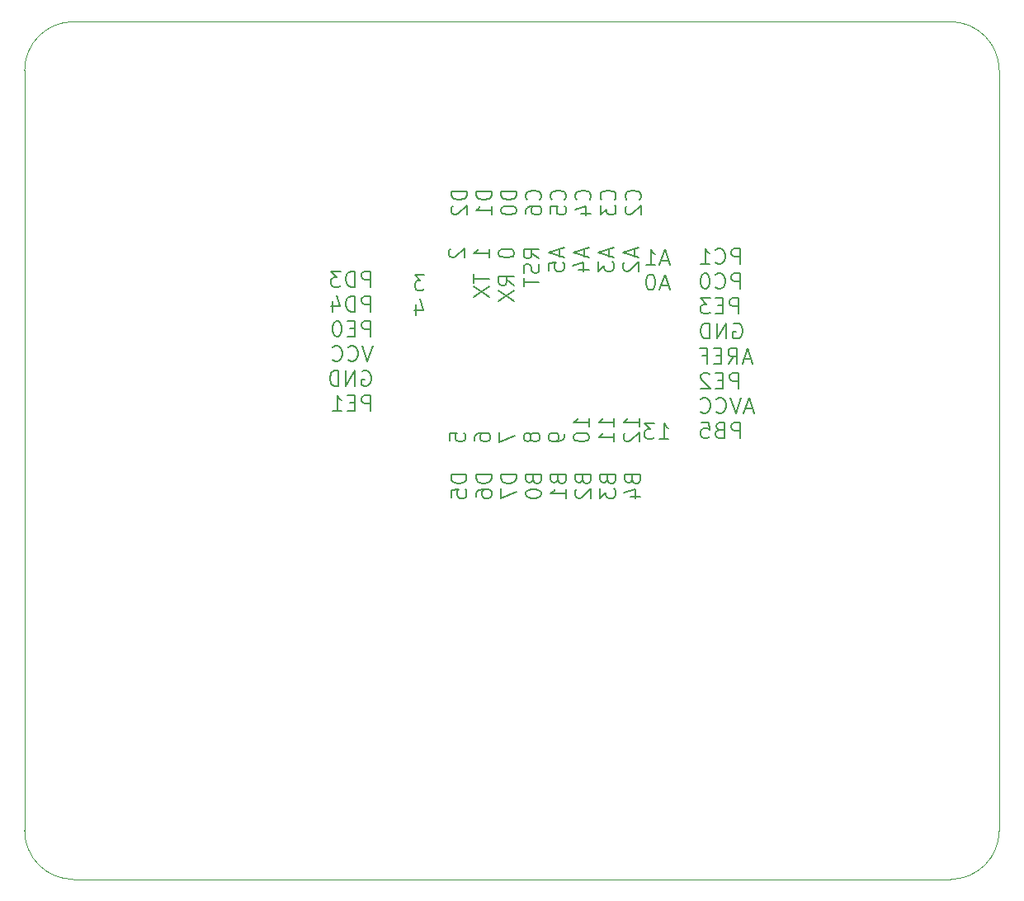
<source format=gbr>
G04 #@! TF.GenerationSoftware,KiCad,Pcbnew,5.1.6-c6e7f7d~86~ubuntu20.04.1*
G04 #@! TF.CreationDate,2020-05-21T14:16:40+02:00*
G04 #@! TF.ProjectId,ArduinoDCC++,41726475-696e-46f4-9443-432b2b2e6b69,v.0.0.2a*
G04 #@! TF.SameCoordinates,Original*
G04 #@! TF.FileFunction,Legend,Bot*
G04 #@! TF.FilePolarity,Positive*
%FSLAX46Y46*%
G04 Gerber Fmt 4.6, Leading zero omitted, Abs format (unit mm)*
G04 Created by KiCad (PCBNEW 5.1.6-c6e7f7d~86~ubuntu20.04.1) date 2020-05-21 14:16:40*
%MOMM*%
%LPD*%
G01*
G04 APERTURE LIST*
%ADD10C,0.150000*%
G04 #@! TA.AperFunction,Profile*
%ADD11C,0.050000*%
G04 #@! TD*
G04 APERTURE END LIST*
D10*
X93598809Y-105021547D02*
X93598809Y-104259642D01*
X94360714Y-104183452D01*
X94284523Y-104259642D01*
X94208333Y-104412023D01*
X94208333Y-104792976D01*
X94284523Y-104945357D01*
X94360714Y-105021547D01*
X94513095Y-105097738D01*
X94894047Y-105097738D01*
X95046428Y-105021547D01*
X95122619Y-104945357D01*
X95198809Y-104792976D01*
X95198809Y-104412023D01*
X95122619Y-104259642D01*
X95046428Y-104183452D01*
X96148809Y-104945357D02*
X96148809Y-104640595D01*
X96225000Y-104488214D01*
X96301190Y-104412023D01*
X96529761Y-104259642D01*
X96834523Y-104183452D01*
X97444047Y-104183452D01*
X97596428Y-104259642D01*
X97672619Y-104335833D01*
X97748809Y-104488214D01*
X97748809Y-104792976D01*
X97672619Y-104945357D01*
X97596428Y-105021547D01*
X97444047Y-105097738D01*
X97063095Y-105097738D01*
X96910714Y-105021547D01*
X96834523Y-104945357D01*
X96758333Y-104792976D01*
X96758333Y-104488214D01*
X96834523Y-104335833D01*
X96910714Y-104259642D01*
X97063095Y-104183452D01*
X98698809Y-104107261D02*
X98698809Y-105173928D01*
X100298809Y-104488214D01*
X101934523Y-104488214D02*
X101858333Y-104335833D01*
X101782142Y-104259642D01*
X101629761Y-104183452D01*
X101553571Y-104183452D01*
X101401190Y-104259642D01*
X101325000Y-104335833D01*
X101248809Y-104488214D01*
X101248809Y-104792976D01*
X101325000Y-104945357D01*
X101401190Y-105021547D01*
X101553571Y-105097738D01*
X101629761Y-105097738D01*
X101782142Y-105021547D01*
X101858333Y-104945357D01*
X101934523Y-104792976D01*
X101934523Y-104488214D01*
X102010714Y-104335833D01*
X102086904Y-104259642D01*
X102239285Y-104183452D01*
X102544047Y-104183452D01*
X102696428Y-104259642D01*
X102772619Y-104335833D01*
X102848809Y-104488214D01*
X102848809Y-104792976D01*
X102772619Y-104945357D01*
X102696428Y-105021547D01*
X102544047Y-105097738D01*
X102239285Y-105097738D01*
X102086904Y-105021547D01*
X102010714Y-104945357D01*
X101934523Y-104792976D01*
X105398809Y-104335833D02*
X105398809Y-104640595D01*
X105322619Y-104792976D01*
X105246428Y-104869166D01*
X105017857Y-105021547D01*
X104713095Y-105097738D01*
X104103571Y-105097738D01*
X103951190Y-105021547D01*
X103875000Y-104945357D01*
X103798809Y-104792976D01*
X103798809Y-104488214D01*
X103875000Y-104335833D01*
X103951190Y-104259642D01*
X104103571Y-104183452D01*
X104484523Y-104183452D01*
X104636904Y-104259642D01*
X104713095Y-104335833D01*
X104789285Y-104488214D01*
X104789285Y-104792976D01*
X104713095Y-104945357D01*
X104636904Y-105021547D01*
X104484523Y-105097738D01*
X107948809Y-103573928D02*
X107948809Y-102659642D01*
X107948809Y-103116785D02*
X106348809Y-103116785D01*
X106577380Y-102964404D01*
X106729761Y-102812023D01*
X106805952Y-102659642D01*
X106348809Y-104564404D02*
X106348809Y-104716785D01*
X106425000Y-104869166D01*
X106501190Y-104945357D01*
X106653571Y-105021547D01*
X106958333Y-105097738D01*
X107339285Y-105097738D01*
X107644047Y-105021547D01*
X107796428Y-104945357D01*
X107872619Y-104869166D01*
X107948809Y-104716785D01*
X107948809Y-104564404D01*
X107872619Y-104412023D01*
X107796428Y-104335833D01*
X107644047Y-104259642D01*
X107339285Y-104183452D01*
X106958333Y-104183452D01*
X106653571Y-104259642D01*
X106501190Y-104335833D01*
X106425000Y-104412023D01*
X106348809Y-104564404D01*
X110498809Y-103573928D02*
X110498809Y-102659642D01*
X110498809Y-103116785D02*
X108898809Y-103116785D01*
X109127380Y-102964404D01*
X109279761Y-102812023D01*
X109355952Y-102659642D01*
X110498809Y-105097738D02*
X110498809Y-104183452D01*
X110498809Y-104640595D02*
X108898809Y-104640595D01*
X109127380Y-104488214D01*
X109279761Y-104335833D01*
X109355952Y-104183452D01*
X113048809Y-103573928D02*
X113048809Y-102659642D01*
X113048809Y-103116785D02*
X111448809Y-103116785D01*
X111677380Y-102964404D01*
X111829761Y-102812023D01*
X111905952Y-102659642D01*
X111601190Y-104183452D02*
X111525000Y-104259642D01*
X111448809Y-104412023D01*
X111448809Y-104792976D01*
X111525000Y-104945357D01*
X111601190Y-105021547D01*
X111753571Y-105097738D01*
X111905952Y-105097738D01*
X112134523Y-105021547D01*
X113048809Y-104107261D01*
X113048809Y-105097738D01*
X91017738Y-87948809D02*
X90027261Y-87948809D01*
X90560595Y-88558333D01*
X90332023Y-88558333D01*
X90179642Y-88634523D01*
X90103452Y-88710714D01*
X90027261Y-88863095D01*
X90027261Y-89244047D01*
X90103452Y-89396428D01*
X90179642Y-89472619D01*
X90332023Y-89548809D01*
X90789166Y-89548809D01*
X90941547Y-89472619D01*
X91017738Y-89396428D01*
X90179642Y-91032142D02*
X90179642Y-92098809D01*
X90560595Y-90422619D02*
X90941547Y-91565476D01*
X89951071Y-91565476D01*
X93701190Y-85302261D02*
X93625000Y-85378452D01*
X93548809Y-85530833D01*
X93548809Y-85911785D01*
X93625000Y-86064166D01*
X93701190Y-86140357D01*
X93853571Y-86216547D01*
X94005952Y-86216547D01*
X94234523Y-86140357D01*
X95148809Y-85226071D01*
X95148809Y-86216547D01*
X97698809Y-86216547D02*
X97698809Y-85302261D01*
X97698809Y-85759404D02*
X96098809Y-85759404D01*
X96327380Y-85607023D01*
X96479761Y-85454642D01*
X96555952Y-85302261D01*
X96098809Y-87892738D02*
X96098809Y-88807023D01*
X97698809Y-88349880D02*
X96098809Y-88349880D01*
X96098809Y-89187976D02*
X97698809Y-90254642D01*
X96098809Y-90254642D02*
X97698809Y-89187976D01*
X98648809Y-85683214D02*
X98648809Y-85835595D01*
X98725000Y-85987976D01*
X98801190Y-86064166D01*
X98953571Y-86140357D01*
X99258333Y-86216547D01*
X99639285Y-86216547D01*
X99944047Y-86140357D01*
X100096428Y-86064166D01*
X100172619Y-85987976D01*
X100248809Y-85835595D01*
X100248809Y-85683214D01*
X100172619Y-85530833D01*
X100096428Y-85454642D01*
X99944047Y-85378452D01*
X99639285Y-85302261D01*
X99258333Y-85302261D01*
X98953571Y-85378452D01*
X98801190Y-85454642D01*
X98725000Y-85530833D01*
X98648809Y-85683214D01*
X100248809Y-89035595D02*
X99486904Y-88502261D01*
X100248809Y-88121309D02*
X98648809Y-88121309D01*
X98648809Y-88730833D01*
X98725000Y-88883214D01*
X98801190Y-88959404D01*
X98953571Y-89035595D01*
X99182142Y-89035595D01*
X99334523Y-88959404D01*
X99410714Y-88883214D01*
X99486904Y-88730833D01*
X99486904Y-88121309D01*
X98648809Y-89568928D02*
X100248809Y-90635595D01*
X98648809Y-90635595D02*
X100248809Y-89568928D01*
X102798809Y-86292738D02*
X102036904Y-85759404D01*
X102798809Y-85378452D02*
X101198809Y-85378452D01*
X101198809Y-85987976D01*
X101275000Y-86140357D01*
X101351190Y-86216547D01*
X101503571Y-86292738D01*
X101732142Y-86292738D01*
X101884523Y-86216547D01*
X101960714Y-86140357D01*
X102036904Y-85987976D01*
X102036904Y-85378452D01*
X102722619Y-86902261D02*
X102798809Y-87130833D01*
X102798809Y-87511785D01*
X102722619Y-87664166D01*
X102646428Y-87740357D01*
X102494047Y-87816547D01*
X102341666Y-87816547D01*
X102189285Y-87740357D01*
X102113095Y-87664166D01*
X102036904Y-87511785D01*
X101960714Y-87207023D01*
X101884523Y-87054642D01*
X101808333Y-86978452D01*
X101655952Y-86902261D01*
X101503571Y-86902261D01*
X101351190Y-86978452D01*
X101275000Y-87054642D01*
X101198809Y-87207023D01*
X101198809Y-87587976D01*
X101275000Y-87816547D01*
X101198809Y-88273690D02*
X101198809Y-89187976D01*
X102798809Y-88730833D02*
X101198809Y-88730833D01*
X104891666Y-85302261D02*
X104891666Y-86064166D01*
X105348809Y-85149880D02*
X103748809Y-85683214D01*
X105348809Y-86216547D01*
X103748809Y-87511785D02*
X103748809Y-86749880D01*
X104510714Y-86673690D01*
X104434523Y-86749880D01*
X104358333Y-86902261D01*
X104358333Y-87283214D01*
X104434523Y-87435595D01*
X104510714Y-87511785D01*
X104663095Y-87587976D01*
X105044047Y-87587976D01*
X105196428Y-87511785D01*
X105272619Y-87435595D01*
X105348809Y-87283214D01*
X105348809Y-86902261D01*
X105272619Y-86749880D01*
X105196428Y-86673690D01*
X107441666Y-85302261D02*
X107441666Y-86064166D01*
X107898809Y-85149880D02*
X106298809Y-85683214D01*
X107898809Y-86216547D01*
X106832142Y-87435595D02*
X107898809Y-87435595D01*
X106222619Y-87054642D02*
X107365476Y-86673690D01*
X107365476Y-87664166D01*
X109991666Y-85302261D02*
X109991666Y-86064166D01*
X110448809Y-85149880D02*
X108848809Y-85683214D01*
X110448809Y-86216547D01*
X108848809Y-86597500D02*
X108848809Y-87587976D01*
X109458333Y-87054642D01*
X109458333Y-87283214D01*
X109534523Y-87435595D01*
X109610714Y-87511785D01*
X109763095Y-87587976D01*
X110144047Y-87587976D01*
X110296428Y-87511785D01*
X110372619Y-87435595D01*
X110448809Y-87283214D01*
X110448809Y-86826071D01*
X110372619Y-86673690D01*
X110296428Y-86597500D01*
X112541666Y-85302261D02*
X112541666Y-86064166D01*
X112998809Y-85149880D02*
X111398809Y-85683214D01*
X112998809Y-86216547D01*
X111551190Y-86673690D02*
X111475000Y-86749880D01*
X111398809Y-86902261D01*
X111398809Y-87283214D01*
X111475000Y-87435595D01*
X111551190Y-87511785D01*
X111703571Y-87587976D01*
X111855952Y-87587976D01*
X112084523Y-87511785D01*
X112998809Y-86597500D01*
X112998809Y-87587976D01*
X116072738Y-86516666D02*
X115310833Y-86516666D01*
X116225119Y-86973809D02*
X115691785Y-85373809D01*
X115158452Y-86973809D01*
X113787023Y-86973809D02*
X114701309Y-86973809D01*
X114244166Y-86973809D02*
X114244166Y-85373809D01*
X114396547Y-85602380D01*
X114548928Y-85754761D01*
X114701309Y-85830952D01*
X116072738Y-89066666D02*
X115310833Y-89066666D01*
X116225119Y-89523809D02*
X115691785Y-87923809D01*
X115158452Y-89523809D01*
X114320357Y-87923809D02*
X114167976Y-87923809D01*
X114015595Y-88000000D01*
X113939404Y-88076190D01*
X113863214Y-88228571D01*
X113787023Y-88533333D01*
X113787023Y-88914285D01*
X113863214Y-89219047D01*
X113939404Y-89371428D01*
X114015595Y-89447619D01*
X114167976Y-89523809D01*
X114320357Y-89523809D01*
X114472738Y-89447619D01*
X114548928Y-89371428D01*
X114625119Y-89219047D01*
X114701309Y-88914285D01*
X114701309Y-88533333D01*
X114625119Y-88228571D01*
X114548928Y-88076190D01*
X114472738Y-88000000D01*
X114320357Y-87923809D01*
X115158452Y-104823809D02*
X116072738Y-104823809D01*
X115615595Y-104823809D02*
X115615595Y-103223809D01*
X115767976Y-103452380D01*
X115920357Y-103604761D01*
X116072738Y-103680952D01*
X114625119Y-103223809D02*
X113634642Y-103223809D01*
X114167976Y-103833333D01*
X113939404Y-103833333D01*
X113787023Y-103909523D01*
X113710833Y-103985714D01*
X113634642Y-104138095D01*
X113634642Y-104519047D01*
X113710833Y-104671428D01*
X113787023Y-104747619D01*
X113939404Y-104823809D01*
X114396547Y-104823809D01*
X114548928Y-104747619D01*
X114625119Y-104671428D01*
X85496547Y-89198809D02*
X85496547Y-87598809D01*
X84887023Y-87598809D01*
X84734642Y-87675000D01*
X84658452Y-87751190D01*
X84582261Y-87903571D01*
X84582261Y-88132142D01*
X84658452Y-88284523D01*
X84734642Y-88360714D01*
X84887023Y-88436904D01*
X85496547Y-88436904D01*
X83896547Y-89198809D02*
X83896547Y-87598809D01*
X83515595Y-87598809D01*
X83287023Y-87675000D01*
X83134642Y-87827380D01*
X83058452Y-87979761D01*
X82982261Y-88284523D01*
X82982261Y-88513095D01*
X83058452Y-88817857D01*
X83134642Y-88970238D01*
X83287023Y-89122619D01*
X83515595Y-89198809D01*
X83896547Y-89198809D01*
X82448928Y-87598809D02*
X81458452Y-87598809D01*
X81991785Y-88208333D01*
X81763214Y-88208333D01*
X81610833Y-88284523D01*
X81534642Y-88360714D01*
X81458452Y-88513095D01*
X81458452Y-88894047D01*
X81534642Y-89046428D01*
X81610833Y-89122619D01*
X81763214Y-89198809D01*
X82220357Y-89198809D01*
X82372738Y-89122619D01*
X82448928Y-89046428D01*
X85496547Y-91748809D02*
X85496547Y-90148809D01*
X84887023Y-90148809D01*
X84734642Y-90225000D01*
X84658452Y-90301190D01*
X84582261Y-90453571D01*
X84582261Y-90682142D01*
X84658452Y-90834523D01*
X84734642Y-90910714D01*
X84887023Y-90986904D01*
X85496547Y-90986904D01*
X83896547Y-91748809D02*
X83896547Y-90148809D01*
X83515595Y-90148809D01*
X83287023Y-90225000D01*
X83134642Y-90377380D01*
X83058452Y-90529761D01*
X82982261Y-90834523D01*
X82982261Y-91063095D01*
X83058452Y-91367857D01*
X83134642Y-91520238D01*
X83287023Y-91672619D01*
X83515595Y-91748809D01*
X83896547Y-91748809D01*
X81610833Y-90682142D02*
X81610833Y-91748809D01*
X81991785Y-90072619D02*
X82372738Y-91215476D01*
X81382261Y-91215476D01*
X85496547Y-94298809D02*
X85496547Y-92698809D01*
X84887023Y-92698809D01*
X84734642Y-92775000D01*
X84658452Y-92851190D01*
X84582261Y-93003571D01*
X84582261Y-93232142D01*
X84658452Y-93384523D01*
X84734642Y-93460714D01*
X84887023Y-93536904D01*
X85496547Y-93536904D01*
X83896547Y-93460714D02*
X83363214Y-93460714D01*
X83134642Y-94298809D02*
X83896547Y-94298809D01*
X83896547Y-92698809D01*
X83134642Y-92698809D01*
X82144166Y-92698809D02*
X81991785Y-92698809D01*
X81839404Y-92775000D01*
X81763214Y-92851190D01*
X81687023Y-93003571D01*
X81610833Y-93308333D01*
X81610833Y-93689285D01*
X81687023Y-93994047D01*
X81763214Y-94146428D01*
X81839404Y-94222619D01*
X81991785Y-94298809D01*
X82144166Y-94298809D01*
X82296547Y-94222619D01*
X82372738Y-94146428D01*
X82448928Y-93994047D01*
X82525119Y-93689285D01*
X82525119Y-93308333D01*
X82448928Y-93003571D01*
X82372738Y-92851190D01*
X82296547Y-92775000D01*
X82144166Y-92698809D01*
X85725119Y-95248809D02*
X85191785Y-96848809D01*
X84658452Y-95248809D01*
X83210833Y-96696428D02*
X83287023Y-96772619D01*
X83515595Y-96848809D01*
X83667976Y-96848809D01*
X83896547Y-96772619D01*
X84048928Y-96620238D01*
X84125119Y-96467857D01*
X84201309Y-96163095D01*
X84201309Y-95934523D01*
X84125119Y-95629761D01*
X84048928Y-95477380D01*
X83896547Y-95325000D01*
X83667976Y-95248809D01*
X83515595Y-95248809D01*
X83287023Y-95325000D01*
X83210833Y-95401190D01*
X81610833Y-96696428D02*
X81687023Y-96772619D01*
X81915595Y-96848809D01*
X82067976Y-96848809D01*
X82296547Y-96772619D01*
X82448928Y-96620238D01*
X82525119Y-96467857D01*
X82601309Y-96163095D01*
X82601309Y-95934523D01*
X82525119Y-95629761D01*
X82448928Y-95477380D01*
X82296547Y-95325000D01*
X82067976Y-95248809D01*
X81915595Y-95248809D01*
X81687023Y-95325000D01*
X81610833Y-95401190D01*
X84658452Y-97875000D02*
X84810833Y-97798809D01*
X85039404Y-97798809D01*
X85267976Y-97875000D01*
X85420357Y-98027380D01*
X85496547Y-98179761D01*
X85572738Y-98484523D01*
X85572738Y-98713095D01*
X85496547Y-99017857D01*
X85420357Y-99170238D01*
X85267976Y-99322619D01*
X85039404Y-99398809D01*
X84887023Y-99398809D01*
X84658452Y-99322619D01*
X84582261Y-99246428D01*
X84582261Y-98713095D01*
X84887023Y-98713095D01*
X83896547Y-99398809D02*
X83896547Y-97798809D01*
X82982261Y-99398809D01*
X82982261Y-97798809D01*
X82220357Y-99398809D02*
X82220357Y-97798809D01*
X81839404Y-97798809D01*
X81610833Y-97875000D01*
X81458452Y-98027380D01*
X81382261Y-98179761D01*
X81306071Y-98484523D01*
X81306071Y-98713095D01*
X81382261Y-99017857D01*
X81458452Y-99170238D01*
X81610833Y-99322619D01*
X81839404Y-99398809D01*
X82220357Y-99398809D01*
X85496547Y-101948809D02*
X85496547Y-100348809D01*
X84887023Y-100348809D01*
X84734642Y-100425000D01*
X84658452Y-100501190D01*
X84582261Y-100653571D01*
X84582261Y-100882142D01*
X84658452Y-101034523D01*
X84734642Y-101110714D01*
X84887023Y-101186904D01*
X85496547Y-101186904D01*
X83896547Y-101110714D02*
X83363214Y-101110714D01*
X83134642Y-101948809D02*
X83896547Y-101948809D01*
X83896547Y-100348809D01*
X83134642Y-100348809D01*
X81610833Y-101948809D02*
X82525119Y-101948809D01*
X82067976Y-101948809D02*
X82067976Y-100348809D01*
X82220357Y-100577380D01*
X82372738Y-100729761D01*
X82525119Y-100805952D01*
X95373809Y-79378452D02*
X93773809Y-79378452D01*
X93773809Y-79759404D01*
X93850000Y-79987976D01*
X94002380Y-80140357D01*
X94154761Y-80216547D01*
X94459523Y-80292738D01*
X94688095Y-80292738D01*
X94992857Y-80216547D01*
X95145238Y-80140357D01*
X95297619Y-79987976D01*
X95373809Y-79759404D01*
X95373809Y-79378452D01*
X93926190Y-80902261D02*
X93850000Y-80978452D01*
X93773809Y-81130833D01*
X93773809Y-81511785D01*
X93850000Y-81664166D01*
X93926190Y-81740357D01*
X94078571Y-81816547D01*
X94230952Y-81816547D01*
X94459523Y-81740357D01*
X95373809Y-80826071D01*
X95373809Y-81816547D01*
X97923809Y-79378452D02*
X96323809Y-79378452D01*
X96323809Y-79759404D01*
X96400000Y-79987976D01*
X96552380Y-80140357D01*
X96704761Y-80216547D01*
X97009523Y-80292738D01*
X97238095Y-80292738D01*
X97542857Y-80216547D01*
X97695238Y-80140357D01*
X97847619Y-79987976D01*
X97923809Y-79759404D01*
X97923809Y-79378452D01*
X97923809Y-81816547D02*
X97923809Y-80902261D01*
X97923809Y-81359404D02*
X96323809Y-81359404D01*
X96552380Y-81207023D01*
X96704761Y-81054642D01*
X96780952Y-80902261D01*
X100473809Y-79378452D02*
X98873809Y-79378452D01*
X98873809Y-79759404D01*
X98950000Y-79987976D01*
X99102380Y-80140357D01*
X99254761Y-80216547D01*
X99559523Y-80292738D01*
X99788095Y-80292738D01*
X100092857Y-80216547D01*
X100245238Y-80140357D01*
X100397619Y-79987976D01*
X100473809Y-79759404D01*
X100473809Y-79378452D01*
X98873809Y-81283214D02*
X98873809Y-81435595D01*
X98950000Y-81587976D01*
X99026190Y-81664166D01*
X99178571Y-81740357D01*
X99483333Y-81816547D01*
X99864285Y-81816547D01*
X100169047Y-81740357D01*
X100321428Y-81664166D01*
X100397619Y-81587976D01*
X100473809Y-81435595D01*
X100473809Y-81283214D01*
X100397619Y-81130833D01*
X100321428Y-81054642D01*
X100169047Y-80978452D01*
X99864285Y-80902261D01*
X99483333Y-80902261D01*
X99178571Y-80978452D01*
X99026190Y-81054642D01*
X98950000Y-81130833D01*
X98873809Y-81283214D01*
X102871428Y-80292738D02*
X102947619Y-80216547D01*
X103023809Y-79987976D01*
X103023809Y-79835595D01*
X102947619Y-79607023D01*
X102795238Y-79454642D01*
X102642857Y-79378452D01*
X102338095Y-79302261D01*
X102109523Y-79302261D01*
X101804761Y-79378452D01*
X101652380Y-79454642D01*
X101500000Y-79607023D01*
X101423809Y-79835595D01*
X101423809Y-79987976D01*
X101500000Y-80216547D01*
X101576190Y-80292738D01*
X101423809Y-81664166D02*
X101423809Y-81359404D01*
X101500000Y-81207023D01*
X101576190Y-81130833D01*
X101804761Y-80978452D01*
X102109523Y-80902261D01*
X102719047Y-80902261D01*
X102871428Y-80978452D01*
X102947619Y-81054642D01*
X103023809Y-81207023D01*
X103023809Y-81511785D01*
X102947619Y-81664166D01*
X102871428Y-81740357D01*
X102719047Y-81816547D01*
X102338095Y-81816547D01*
X102185714Y-81740357D01*
X102109523Y-81664166D01*
X102033333Y-81511785D01*
X102033333Y-81207023D01*
X102109523Y-81054642D01*
X102185714Y-80978452D01*
X102338095Y-80902261D01*
X105421428Y-80292738D02*
X105497619Y-80216547D01*
X105573809Y-79987976D01*
X105573809Y-79835595D01*
X105497619Y-79607023D01*
X105345238Y-79454642D01*
X105192857Y-79378452D01*
X104888095Y-79302261D01*
X104659523Y-79302261D01*
X104354761Y-79378452D01*
X104202380Y-79454642D01*
X104050000Y-79607023D01*
X103973809Y-79835595D01*
X103973809Y-79987976D01*
X104050000Y-80216547D01*
X104126190Y-80292738D01*
X103973809Y-81740357D02*
X103973809Y-80978452D01*
X104735714Y-80902261D01*
X104659523Y-80978452D01*
X104583333Y-81130833D01*
X104583333Y-81511785D01*
X104659523Y-81664166D01*
X104735714Y-81740357D01*
X104888095Y-81816547D01*
X105269047Y-81816547D01*
X105421428Y-81740357D01*
X105497619Y-81664166D01*
X105573809Y-81511785D01*
X105573809Y-81130833D01*
X105497619Y-80978452D01*
X105421428Y-80902261D01*
X107971428Y-80292738D02*
X108047619Y-80216547D01*
X108123809Y-79987976D01*
X108123809Y-79835595D01*
X108047619Y-79607023D01*
X107895238Y-79454642D01*
X107742857Y-79378452D01*
X107438095Y-79302261D01*
X107209523Y-79302261D01*
X106904761Y-79378452D01*
X106752380Y-79454642D01*
X106600000Y-79607023D01*
X106523809Y-79835595D01*
X106523809Y-79987976D01*
X106600000Y-80216547D01*
X106676190Y-80292738D01*
X107057142Y-81664166D02*
X108123809Y-81664166D01*
X106447619Y-81283214D02*
X107590476Y-80902261D01*
X107590476Y-81892738D01*
X110521428Y-80292738D02*
X110597619Y-80216547D01*
X110673809Y-79987976D01*
X110673809Y-79835595D01*
X110597619Y-79607023D01*
X110445238Y-79454642D01*
X110292857Y-79378452D01*
X109988095Y-79302261D01*
X109759523Y-79302261D01*
X109454761Y-79378452D01*
X109302380Y-79454642D01*
X109150000Y-79607023D01*
X109073809Y-79835595D01*
X109073809Y-79987976D01*
X109150000Y-80216547D01*
X109226190Y-80292738D01*
X109073809Y-80826071D02*
X109073809Y-81816547D01*
X109683333Y-81283214D01*
X109683333Y-81511785D01*
X109759523Y-81664166D01*
X109835714Y-81740357D01*
X109988095Y-81816547D01*
X110369047Y-81816547D01*
X110521428Y-81740357D01*
X110597619Y-81664166D01*
X110673809Y-81511785D01*
X110673809Y-81054642D01*
X110597619Y-80902261D01*
X110521428Y-80826071D01*
X113071428Y-80292738D02*
X113147619Y-80216547D01*
X113223809Y-79987976D01*
X113223809Y-79835595D01*
X113147619Y-79607023D01*
X112995238Y-79454642D01*
X112842857Y-79378452D01*
X112538095Y-79302261D01*
X112309523Y-79302261D01*
X112004761Y-79378452D01*
X111852380Y-79454642D01*
X111700000Y-79607023D01*
X111623809Y-79835595D01*
X111623809Y-79987976D01*
X111700000Y-80216547D01*
X111776190Y-80292738D01*
X111776190Y-80902261D02*
X111700000Y-80978452D01*
X111623809Y-81130833D01*
X111623809Y-81511785D01*
X111700000Y-81664166D01*
X111776190Y-81740357D01*
X111928571Y-81816547D01*
X112080952Y-81816547D01*
X112309523Y-81740357D01*
X113223809Y-80826071D01*
X113223809Y-81816547D01*
X123415357Y-86873809D02*
X123415357Y-85273809D01*
X122805833Y-85273809D01*
X122653452Y-85350000D01*
X122577261Y-85426190D01*
X122501071Y-85578571D01*
X122501071Y-85807142D01*
X122577261Y-85959523D01*
X122653452Y-86035714D01*
X122805833Y-86111904D01*
X123415357Y-86111904D01*
X120901071Y-86721428D02*
X120977261Y-86797619D01*
X121205833Y-86873809D01*
X121358214Y-86873809D01*
X121586785Y-86797619D01*
X121739166Y-86645238D01*
X121815357Y-86492857D01*
X121891547Y-86188095D01*
X121891547Y-85959523D01*
X121815357Y-85654761D01*
X121739166Y-85502380D01*
X121586785Y-85350000D01*
X121358214Y-85273809D01*
X121205833Y-85273809D01*
X120977261Y-85350000D01*
X120901071Y-85426190D01*
X119377261Y-86873809D02*
X120291547Y-86873809D01*
X119834404Y-86873809D02*
X119834404Y-85273809D01*
X119986785Y-85502380D01*
X120139166Y-85654761D01*
X120291547Y-85730952D01*
X123415357Y-89423809D02*
X123415357Y-87823809D01*
X122805833Y-87823809D01*
X122653452Y-87900000D01*
X122577261Y-87976190D01*
X122501071Y-88128571D01*
X122501071Y-88357142D01*
X122577261Y-88509523D01*
X122653452Y-88585714D01*
X122805833Y-88661904D01*
X123415357Y-88661904D01*
X120901071Y-89271428D02*
X120977261Y-89347619D01*
X121205833Y-89423809D01*
X121358214Y-89423809D01*
X121586785Y-89347619D01*
X121739166Y-89195238D01*
X121815357Y-89042857D01*
X121891547Y-88738095D01*
X121891547Y-88509523D01*
X121815357Y-88204761D01*
X121739166Y-88052380D01*
X121586785Y-87900000D01*
X121358214Y-87823809D01*
X121205833Y-87823809D01*
X120977261Y-87900000D01*
X120901071Y-87976190D01*
X119910595Y-87823809D02*
X119758214Y-87823809D01*
X119605833Y-87900000D01*
X119529642Y-87976190D01*
X119453452Y-88128571D01*
X119377261Y-88433333D01*
X119377261Y-88814285D01*
X119453452Y-89119047D01*
X119529642Y-89271428D01*
X119605833Y-89347619D01*
X119758214Y-89423809D01*
X119910595Y-89423809D01*
X120062976Y-89347619D01*
X120139166Y-89271428D01*
X120215357Y-89119047D01*
X120291547Y-88814285D01*
X120291547Y-88433333D01*
X120215357Y-88128571D01*
X120139166Y-87976190D01*
X120062976Y-87900000D01*
X119910595Y-87823809D01*
X123262976Y-91973809D02*
X123262976Y-90373809D01*
X122653452Y-90373809D01*
X122501071Y-90450000D01*
X122424880Y-90526190D01*
X122348690Y-90678571D01*
X122348690Y-90907142D01*
X122424880Y-91059523D01*
X122501071Y-91135714D01*
X122653452Y-91211904D01*
X123262976Y-91211904D01*
X121662976Y-91135714D02*
X121129642Y-91135714D01*
X120901071Y-91973809D02*
X121662976Y-91973809D01*
X121662976Y-90373809D01*
X120901071Y-90373809D01*
X120367738Y-90373809D02*
X119377261Y-90373809D01*
X119910595Y-90983333D01*
X119682023Y-90983333D01*
X119529642Y-91059523D01*
X119453452Y-91135714D01*
X119377261Y-91288095D01*
X119377261Y-91669047D01*
X119453452Y-91821428D01*
X119529642Y-91897619D01*
X119682023Y-91973809D01*
X120139166Y-91973809D01*
X120291547Y-91897619D01*
X120367738Y-91821428D01*
X122729642Y-93000000D02*
X122882023Y-92923809D01*
X123110595Y-92923809D01*
X123339166Y-93000000D01*
X123491547Y-93152380D01*
X123567738Y-93304761D01*
X123643928Y-93609523D01*
X123643928Y-93838095D01*
X123567738Y-94142857D01*
X123491547Y-94295238D01*
X123339166Y-94447619D01*
X123110595Y-94523809D01*
X122958214Y-94523809D01*
X122729642Y-94447619D01*
X122653452Y-94371428D01*
X122653452Y-93838095D01*
X122958214Y-93838095D01*
X121967738Y-94523809D02*
X121967738Y-92923809D01*
X121053452Y-94523809D01*
X121053452Y-92923809D01*
X120291547Y-94523809D02*
X120291547Y-92923809D01*
X119910595Y-92923809D01*
X119682023Y-93000000D01*
X119529642Y-93152380D01*
X119453452Y-93304761D01*
X119377261Y-93609523D01*
X119377261Y-93838095D01*
X119453452Y-94142857D01*
X119529642Y-94295238D01*
X119682023Y-94447619D01*
X119910595Y-94523809D01*
X120291547Y-94523809D01*
X124558214Y-96616666D02*
X123796309Y-96616666D01*
X124710595Y-97073809D02*
X124177261Y-95473809D01*
X123643928Y-97073809D01*
X122196309Y-97073809D02*
X122729642Y-96311904D01*
X123110595Y-97073809D02*
X123110595Y-95473809D01*
X122501071Y-95473809D01*
X122348690Y-95550000D01*
X122272500Y-95626190D01*
X122196309Y-95778571D01*
X122196309Y-96007142D01*
X122272500Y-96159523D01*
X122348690Y-96235714D01*
X122501071Y-96311904D01*
X123110595Y-96311904D01*
X121510595Y-96235714D02*
X120977261Y-96235714D01*
X120748690Y-97073809D02*
X121510595Y-97073809D01*
X121510595Y-95473809D01*
X120748690Y-95473809D01*
X119529642Y-96235714D02*
X120062976Y-96235714D01*
X120062976Y-97073809D02*
X120062976Y-95473809D01*
X119301071Y-95473809D01*
X123262976Y-99623809D02*
X123262976Y-98023809D01*
X122653452Y-98023809D01*
X122501071Y-98100000D01*
X122424880Y-98176190D01*
X122348690Y-98328571D01*
X122348690Y-98557142D01*
X122424880Y-98709523D01*
X122501071Y-98785714D01*
X122653452Y-98861904D01*
X123262976Y-98861904D01*
X121662976Y-98785714D02*
X121129642Y-98785714D01*
X120901071Y-99623809D02*
X121662976Y-99623809D01*
X121662976Y-98023809D01*
X120901071Y-98023809D01*
X120291547Y-98176190D02*
X120215357Y-98100000D01*
X120062976Y-98023809D01*
X119682023Y-98023809D01*
X119529642Y-98100000D01*
X119453452Y-98176190D01*
X119377261Y-98328571D01*
X119377261Y-98480952D01*
X119453452Y-98709523D01*
X120367738Y-99623809D01*
X119377261Y-99623809D01*
X124710595Y-101716666D02*
X123948690Y-101716666D01*
X124862976Y-102173809D02*
X124329642Y-100573809D01*
X123796309Y-102173809D01*
X123491547Y-100573809D02*
X122958214Y-102173809D01*
X122424880Y-100573809D01*
X120977261Y-102021428D02*
X121053452Y-102097619D01*
X121282023Y-102173809D01*
X121434404Y-102173809D01*
X121662976Y-102097619D01*
X121815357Y-101945238D01*
X121891547Y-101792857D01*
X121967738Y-101488095D01*
X121967738Y-101259523D01*
X121891547Y-100954761D01*
X121815357Y-100802380D01*
X121662976Y-100650000D01*
X121434404Y-100573809D01*
X121282023Y-100573809D01*
X121053452Y-100650000D01*
X120977261Y-100726190D01*
X119377261Y-102021428D02*
X119453452Y-102097619D01*
X119682023Y-102173809D01*
X119834404Y-102173809D01*
X120062976Y-102097619D01*
X120215357Y-101945238D01*
X120291547Y-101792857D01*
X120367738Y-101488095D01*
X120367738Y-101259523D01*
X120291547Y-100954761D01*
X120215357Y-100802380D01*
X120062976Y-100650000D01*
X119834404Y-100573809D01*
X119682023Y-100573809D01*
X119453452Y-100650000D01*
X119377261Y-100726190D01*
X123415357Y-104723809D02*
X123415357Y-103123809D01*
X122805833Y-103123809D01*
X122653452Y-103200000D01*
X122577261Y-103276190D01*
X122501071Y-103428571D01*
X122501071Y-103657142D01*
X122577261Y-103809523D01*
X122653452Y-103885714D01*
X122805833Y-103961904D01*
X123415357Y-103961904D01*
X121282023Y-103885714D02*
X121053452Y-103961904D01*
X120977261Y-104038095D01*
X120901071Y-104190476D01*
X120901071Y-104419047D01*
X120977261Y-104571428D01*
X121053452Y-104647619D01*
X121205833Y-104723809D01*
X121815357Y-104723809D01*
X121815357Y-103123809D01*
X121282023Y-103123809D01*
X121129642Y-103200000D01*
X121053452Y-103276190D01*
X120977261Y-103428571D01*
X120977261Y-103580952D01*
X121053452Y-103733333D01*
X121129642Y-103809523D01*
X121282023Y-103885714D01*
X121815357Y-103885714D01*
X119453452Y-103123809D02*
X120215357Y-103123809D01*
X120291547Y-103885714D01*
X120215357Y-103809523D01*
X120062976Y-103733333D01*
X119682023Y-103733333D01*
X119529642Y-103809523D01*
X119453452Y-103885714D01*
X119377261Y-104038095D01*
X119377261Y-104419047D01*
X119453452Y-104571428D01*
X119529642Y-104647619D01*
X119682023Y-104723809D01*
X120062976Y-104723809D01*
X120215357Y-104647619D01*
X120291547Y-104571428D01*
X95348809Y-108434642D02*
X93748809Y-108434642D01*
X93748809Y-108815595D01*
X93825000Y-109044166D01*
X93977380Y-109196547D01*
X94129761Y-109272738D01*
X94434523Y-109348928D01*
X94663095Y-109348928D01*
X94967857Y-109272738D01*
X95120238Y-109196547D01*
X95272619Y-109044166D01*
X95348809Y-108815595D01*
X95348809Y-108434642D01*
X93748809Y-110796547D02*
X93748809Y-110034642D01*
X94510714Y-109958452D01*
X94434523Y-110034642D01*
X94358333Y-110187023D01*
X94358333Y-110567976D01*
X94434523Y-110720357D01*
X94510714Y-110796547D01*
X94663095Y-110872738D01*
X95044047Y-110872738D01*
X95196428Y-110796547D01*
X95272619Y-110720357D01*
X95348809Y-110567976D01*
X95348809Y-110187023D01*
X95272619Y-110034642D01*
X95196428Y-109958452D01*
X97898809Y-108434642D02*
X96298809Y-108434642D01*
X96298809Y-108815595D01*
X96375000Y-109044166D01*
X96527380Y-109196547D01*
X96679761Y-109272738D01*
X96984523Y-109348928D01*
X97213095Y-109348928D01*
X97517857Y-109272738D01*
X97670238Y-109196547D01*
X97822619Y-109044166D01*
X97898809Y-108815595D01*
X97898809Y-108434642D01*
X96298809Y-110720357D02*
X96298809Y-110415595D01*
X96375000Y-110263214D01*
X96451190Y-110187023D01*
X96679761Y-110034642D01*
X96984523Y-109958452D01*
X97594047Y-109958452D01*
X97746428Y-110034642D01*
X97822619Y-110110833D01*
X97898809Y-110263214D01*
X97898809Y-110567976D01*
X97822619Y-110720357D01*
X97746428Y-110796547D01*
X97594047Y-110872738D01*
X97213095Y-110872738D01*
X97060714Y-110796547D01*
X96984523Y-110720357D01*
X96908333Y-110567976D01*
X96908333Y-110263214D01*
X96984523Y-110110833D01*
X97060714Y-110034642D01*
X97213095Y-109958452D01*
X100448809Y-108434642D02*
X98848809Y-108434642D01*
X98848809Y-108815595D01*
X98925000Y-109044166D01*
X99077380Y-109196547D01*
X99229761Y-109272738D01*
X99534523Y-109348928D01*
X99763095Y-109348928D01*
X100067857Y-109272738D01*
X100220238Y-109196547D01*
X100372619Y-109044166D01*
X100448809Y-108815595D01*
X100448809Y-108434642D01*
X98848809Y-109882261D02*
X98848809Y-110948928D01*
X100448809Y-110263214D01*
X102160714Y-108967976D02*
X102236904Y-109196547D01*
X102313095Y-109272738D01*
X102465476Y-109348928D01*
X102694047Y-109348928D01*
X102846428Y-109272738D01*
X102922619Y-109196547D01*
X102998809Y-109044166D01*
X102998809Y-108434642D01*
X101398809Y-108434642D01*
X101398809Y-108967976D01*
X101475000Y-109120357D01*
X101551190Y-109196547D01*
X101703571Y-109272738D01*
X101855952Y-109272738D01*
X102008333Y-109196547D01*
X102084523Y-109120357D01*
X102160714Y-108967976D01*
X102160714Y-108434642D01*
X101398809Y-110339404D02*
X101398809Y-110491785D01*
X101475000Y-110644166D01*
X101551190Y-110720357D01*
X101703571Y-110796547D01*
X102008333Y-110872738D01*
X102389285Y-110872738D01*
X102694047Y-110796547D01*
X102846428Y-110720357D01*
X102922619Y-110644166D01*
X102998809Y-110491785D01*
X102998809Y-110339404D01*
X102922619Y-110187023D01*
X102846428Y-110110833D01*
X102694047Y-110034642D01*
X102389285Y-109958452D01*
X102008333Y-109958452D01*
X101703571Y-110034642D01*
X101551190Y-110110833D01*
X101475000Y-110187023D01*
X101398809Y-110339404D01*
X104710714Y-108967976D02*
X104786904Y-109196547D01*
X104863095Y-109272738D01*
X105015476Y-109348928D01*
X105244047Y-109348928D01*
X105396428Y-109272738D01*
X105472619Y-109196547D01*
X105548809Y-109044166D01*
X105548809Y-108434642D01*
X103948809Y-108434642D01*
X103948809Y-108967976D01*
X104025000Y-109120357D01*
X104101190Y-109196547D01*
X104253571Y-109272738D01*
X104405952Y-109272738D01*
X104558333Y-109196547D01*
X104634523Y-109120357D01*
X104710714Y-108967976D01*
X104710714Y-108434642D01*
X105548809Y-110872738D02*
X105548809Y-109958452D01*
X105548809Y-110415595D02*
X103948809Y-110415595D01*
X104177380Y-110263214D01*
X104329761Y-110110833D01*
X104405952Y-109958452D01*
X107260714Y-108967976D02*
X107336904Y-109196547D01*
X107413095Y-109272738D01*
X107565476Y-109348928D01*
X107794047Y-109348928D01*
X107946428Y-109272738D01*
X108022619Y-109196547D01*
X108098809Y-109044166D01*
X108098809Y-108434642D01*
X106498809Y-108434642D01*
X106498809Y-108967976D01*
X106575000Y-109120357D01*
X106651190Y-109196547D01*
X106803571Y-109272738D01*
X106955952Y-109272738D01*
X107108333Y-109196547D01*
X107184523Y-109120357D01*
X107260714Y-108967976D01*
X107260714Y-108434642D01*
X106651190Y-109958452D02*
X106575000Y-110034642D01*
X106498809Y-110187023D01*
X106498809Y-110567976D01*
X106575000Y-110720357D01*
X106651190Y-110796547D01*
X106803571Y-110872738D01*
X106955952Y-110872738D01*
X107184523Y-110796547D01*
X108098809Y-109882261D01*
X108098809Y-110872738D01*
X109810714Y-108967976D02*
X109886904Y-109196547D01*
X109963095Y-109272738D01*
X110115476Y-109348928D01*
X110344047Y-109348928D01*
X110496428Y-109272738D01*
X110572619Y-109196547D01*
X110648809Y-109044166D01*
X110648809Y-108434642D01*
X109048809Y-108434642D01*
X109048809Y-108967976D01*
X109125000Y-109120357D01*
X109201190Y-109196547D01*
X109353571Y-109272738D01*
X109505952Y-109272738D01*
X109658333Y-109196547D01*
X109734523Y-109120357D01*
X109810714Y-108967976D01*
X109810714Y-108434642D01*
X109048809Y-109882261D02*
X109048809Y-110872738D01*
X109658333Y-110339404D01*
X109658333Y-110567976D01*
X109734523Y-110720357D01*
X109810714Y-110796547D01*
X109963095Y-110872738D01*
X110344047Y-110872738D01*
X110496428Y-110796547D01*
X110572619Y-110720357D01*
X110648809Y-110567976D01*
X110648809Y-110110833D01*
X110572619Y-109958452D01*
X110496428Y-109882261D01*
X112360714Y-108967976D02*
X112436904Y-109196547D01*
X112513095Y-109272738D01*
X112665476Y-109348928D01*
X112894047Y-109348928D01*
X113046428Y-109272738D01*
X113122619Y-109196547D01*
X113198809Y-109044166D01*
X113198809Y-108434642D01*
X111598809Y-108434642D01*
X111598809Y-108967976D01*
X111675000Y-109120357D01*
X111751190Y-109196547D01*
X111903571Y-109272738D01*
X112055952Y-109272738D01*
X112208333Y-109196547D01*
X112284523Y-109120357D01*
X112360714Y-108967976D01*
X112360714Y-108434642D01*
X112132142Y-110720357D02*
X113198809Y-110720357D01*
X111522619Y-110339404D02*
X112665476Y-109958452D01*
X112665476Y-110948928D01*
D11*
X55000000Y-150000000D02*
X145000000Y-150000000D01*
X50000000Y-67000000D02*
X50000000Y-145000000D01*
X145000000Y-62000000D02*
X55000000Y-62000000D01*
X150000000Y-145000000D02*
X150000000Y-67000000D01*
X150000000Y-145000000D02*
G75*
G02*
X145000000Y-150000000I-5000000J0D01*
G01*
X145000000Y-62000000D02*
G75*
G02*
X150000000Y-67000000I0J-5000000D01*
G01*
X50000000Y-67000000D02*
G75*
G02*
X55000000Y-62000000I5000000J0D01*
G01*
X55000000Y-150000000D02*
G75*
G02*
X50000000Y-145000000I0J5000000D01*
G01*
M02*

</source>
